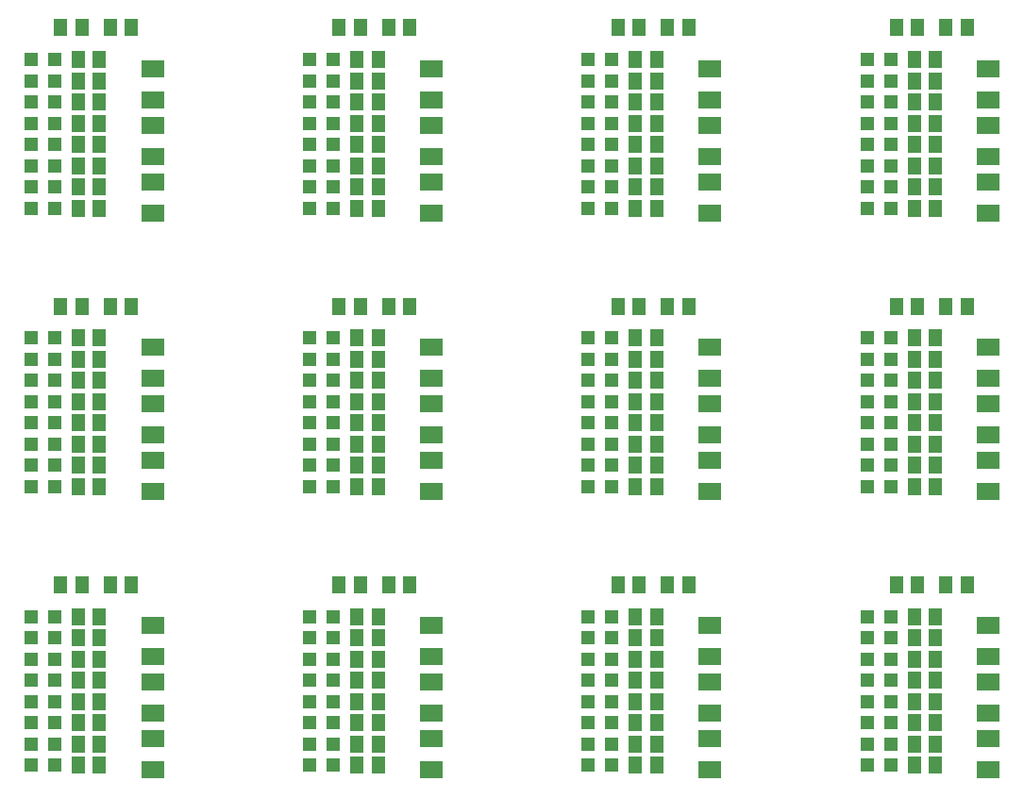
<source format=gtp>
G75*
%MOIN*%
%OFA0B0*%
%FSLAX25Y25*%
%IPPOS*%
%LPD*%
%AMOC8*
5,1,8,0,0,1.08239X$1,22.5*
%
%ADD10R,0.04724X0.04724*%
%ADD11R,0.07874X0.06299*%
%ADD12R,0.05118X0.06299*%
D10*
X0045366Y0013450D03*
X0045366Y0020950D03*
X0053634Y0020950D03*
X0053634Y0013450D03*
X0053634Y0028450D03*
X0053634Y0035950D03*
X0045366Y0035950D03*
X0045366Y0028450D03*
X0045366Y0043450D03*
X0045366Y0050950D03*
X0053634Y0050950D03*
X0053634Y0043450D03*
X0053634Y0058450D03*
X0053634Y0065950D03*
X0045366Y0065950D03*
X0045366Y0058450D03*
X0045366Y0111875D03*
X0045366Y0119375D03*
X0053634Y0119375D03*
X0053634Y0111875D03*
X0053634Y0126875D03*
X0053634Y0134375D03*
X0045366Y0134375D03*
X0045366Y0126875D03*
X0045366Y0141875D03*
X0045366Y0149375D03*
X0053634Y0149375D03*
X0053634Y0141875D03*
X0053634Y0156875D03*
X0053634Y0164375D03*
X0045366Y0164375D03*
X0045366Y0156875D03*
X0045366Y0210300D03*
X0053634Y0210300D03*
X0053634Y0217800D03*
X0053634Y0225300D03*
X0045366Y0225300D03*
X0045366Y0217800D03*
X0045366Y0232800D03*
X0045366Y0240300D03*
X0053634Y0240300D03*
X0053634Y0232800D03*
X0053634Y0247800D03*
X0053634Y0255300D03*
X0045366Y0255300D03*
X0045366Y0247800D03*
X0045366Y0262800D03*
X0053634Y0262800D03*
X0143791Y0262800D03*
X0152059Y0262800D03*
X0152059Y0255300D03*
X0152059Y0247800D03*
X0143791Y0247800D03*
X0143791Y0255300D03*
X0143791Y0240300D03*
X0143791Y0232800D03*
X0152059Y0232800D03*
X0152059Y0240300D03*
X0152059Y0225300D03*
X0152059Y0217800D03*
X0143791Y0217800D03*
X0143791Y0225300D03*
X0143791Y0210300D03*
X0152059Y0210300D03*
X0152059Y0164375D03*
X0152059Y0156875D03*
X0143791Y0156875D03*
X0143791Y0164375D03*
X0143791Y0149375D03*
X0143791Y0141875D03*
X0152059Y0141875D03*
X0152059Y0149375D03*
X0152059Y0134375D03*
X0152059Y0126875D03*
X0143791Y0126875D03*
X0143791Y0134375D03*
X0143791Y0119375D03*
X0143791Y0111875D03*
X0152059Y0111875D03*
X0152059Y0119375D03*
X0152059Y0065950D03*
X0152059Y0058450D03*
X0143791Y0058450D03*
X0143791Y0065950D03*
X0143791Y0050950D03*
X0143791Y0043450D03*
X0152059Y0043450D03*
X0152059Y0050950D03*
X0152059Y0035950D03*
X0152059Y0028450D03*
X0143791Y0028450D03*
X0143791Y0035950D03*
X0143791Y0020950D03*
X0143791Y0013450D03*
X0152059Y0013450D03*
X0152059Y0020950D03*
X0242217Y0020950D03*
X0242217Y0013450D03*
X0250484Y0013450D03*
X0250484Y0020950D03*
X0250484Y0028450D03*
X0250484Y0035950D03*
X0242217Y0035950D03*
X0242217Y0028450D03*
X0242217Y0043450D03*
X0242217Y0050950D03*
X0250484Y0050950D03*
X0250484Y0043450D03*
X0250484Y0058450D03*
X0250484Y0065950D03*
X0242217Y0065950D03*
X0242217Y0058450D03*
X0242217Y0111875D03*
X0242217Y0119375D03*
X0250484Y0119375D03*
X0250484Y0111875D03*
X0250484Y0126875D03*
X0250484Y0134375D03*
X0242217Y0134375D03*
X0242217Y0126875D03*
X0242217Y0141875D03*
X0242217Y0149375D03*
X0250484Y0149375D03*
X0250484Y0141875D03*
X0250484Y0156875D03*
X0250484Y0164375D03*
X0242217Y0164375D03*
X0242217Y0156875D03*
X0242217Y0210300D03*
X0250484Y0210300D03*
X0250484Y0217800D03*
X0250484Y0225300D03*
X0242217Y0225300D03*
X0242217Y0217800D03*
X0242217Y0232800D03*
X0242217Y0240300D03*
X0250484Y0240300D03*
X0250484Y0232800D03*
X0250484Y0247800D03*
X0250484Y0255300D03*
X0242217Y0255300D03*
X0242217Y0247800D03*
X0242217Y0262800D03*
X0250484Y0262800D03*
X0340642Y0262800D03*
X0348909Y0262800D03*
X0348909Y0255300D03*
X0348909Y0247800D03*
X0340642Y0247800D03*
X0340642Y0255300D03*
X0340642Y0240300D03*
X0340642Y0232800D03*
X0348909Y0232800D03*
X0348909Y0240300D03*
X0348909Y0225300D03*
X0348909Y0217800D03*
X0340642Y0217800D03*
X0340642Y0225300D03*
X0340642Y0210300D03*
X0348909Y0210300D03*
X0348909Y0164375D03*
X0348909Y0156875D03*
X0340642Y0156875D03*
X0340642Y0164375D03*
X0340642Y0149375D03*
X0340642Y0141875D03*
X0348909Y0141875D03*
X0348909Y0149375D03*
X0348909Y0134375D03*
X0348909Y0126875D03*
X0340642Y0126875D03*
X0340642Y0134375D03*
X0340642Y0119375D03*
X0340642Y0111875D03*
X0348909Y0111875D03*
X0348909Y0119375D03*
X0348909Y0065950D03*
X0348909Y0058450D03*
X0340642Y0058450D03*
X0340642Y0065950D03*
X0340642Y0050950D03*
X0340642Y0043450D03*
X0348909Y0043450D03*
X0348909Y0050950D03*
X0348909Y0035950D03*
X0348909Y0028450D03*
X0340642Y0028450D03*
X0340642Y0035950D03*
X0340642Y0020950D03*
X0340642Y0013450D03*
X0348909Y0013450D03*
X0348909Y0020950D03*
D11*
X0383526Y0022712D03*
X0383526Y0031688D03*
X0383526Y0042712D03*
X0383526Y0051688D03*
X0383526Y0062712D03*
X0383526Y0110113D03*
X0383526Y0121137D03*
X0383526Y0130113D03*
X0383526Y0141137D03*
X0383526Y0150113D03*
X0383526Y0161137D03*
X0383526Y0208539D03*
X0383526Y0219562D03*
X0383526Y0228539D03*
X0383526Y0239562D03*
X0383526Y0248539D03*
X0383526Y0259562D03*
X0285100Y0259562D03*
X0285100Y0248539D03*
X0285100Y0239562D03*
X0285100Y0228539D03*
X0285100Y0219562D03*
X0285100Y0208539D03*
X0285100Y0161137D03*
X0285100Y0150113D03*
X0285100Y0141137D03*
X0285100Y0130113D03*
X0285100Y0121137D03*
X0285100Y0110113D03*
X0285100Y0062712D03*
X0285100Y0051688D03*
X0285100Y0042712D03*
X0285100Y0031688D03*
X0285100Y0022712D03*
X0285100Y0011688D03*
X0383526Y0011688D03*
X0186675Y0011688D03*
X0186675Y0022712D03*
X0186675Y0031688D03*
X0186675Y0042712D03*
X0186675Y0051688D03*
X0186675Y0062712D03*
X0186675Y0110113D03*
X0186675Y0121137D03*
X0186675Y0130113D03*
X0186675Y0141137D03*
X0186675Y0150113D03*
X0186675Y0161137D03*
X0186675Y0208539D03*
X0186675Y0219562D03*
X0186675Y0228539D03*
X0186675Y0239562D03*
X0186675Y0248539D03*
X0186675Y0259562D03*
X0088250Y0259562D03*
X0088250Y0248539D03*
X0088250Y0239562D03*
X0088250Y0228539D03*
X0088250Y0219562D03*
X0088250Y0208539D03*
X0088250Y0161137D03*
X0088250Y0150113D03*
X0088250Y0141137D03*
X0088250Y0130113D03*
X0088250Y0121137D03*
X0088250Y0110113D03*
X0088250Y0062712D03*
X0088250Y0051688D03*
X0088250Y0042712D03*
X0088250Y0031688D03*
X0088250Y0022712D03*
X0088250Y0011688D03*
D12*
X0069490Y0013450D03*
X0062010Y0013450D03*
X0062010Y0020950D03*
X0069490Y0020950D03*
X0069490Y0028450D03*
X0062010Y0028450D03*
X0062010Y0035950D03*
X0069490Y0035950D03*
X0069490Y0043450D03*
X0062010Y0043450D03*
X0062010Y0050950D03*
X0069490Y0050950D03*
X0069490Y0058450D03*
X0062010Y0058450D03*
X0062010Y0065950D03*
X0069490Y0065950D03*
X0073260Y0077200D03*
X0080740Y0077200D03*
X0063240Y0077200D03*
X0055760Y0077200D03*
X0062010Y0111875D03*
X0069490Y0111875D03*
X0069490Y0119375D03*
X0062010Y0119375D03*
X0062010Y0126875D03*
X0069490Y0126875D03*
X0069490Y0134375D03*
X0062010Y0134375D03*
X0062010Y0141875D03*
X0069490Y0141875D03*
X0069490Y0149375D03*
X0062010Y0149375D03*
X0062010Y0156875D03*
X0069490Y0156875D03*
X0069490Y0164375D03*
X0062010Y0164375D03*
X0063240Y0175625D03*
X0055760Y0175625D03*
X0073260Y0175625D03*
X0080740Y0175625D03*
X0069490Y0210300D03*
X0062010Y0210300D03*
X0062010Y0217800D03*
X0069490Y0217800D03*
X0069490Y0225300D03*
X0062010Y0225300D03*
X0062010Y0232800D03*
X0069490Y0232800D03*
X0069490Y0240300D03*
X0062010Y0240300D03*
X0062010Y0247800D03*
X0069490Y0247800D03*
X0069490Y0255300D03*
X0062010Y0255300D03*
X0062010Y0262800D03*
X0069490Y0262800D03*
X0073260Y0274050D03*
X0080740Y0274050D03*
X0063240Y0274050D03*
X0055760Y0274050D03*
X0154185Y0274050D03*
X0161665Y0274050D03*
X0171685Y0274050D03*
X0179165Y0274050D03*
X0167915Y0262800D03*
X0160435Y0262800D03*
X0160435Y0255300D03*
X0167915Y0255300D03*
X0167915Y0247800D03*
X0160435Y0247800D03*
X0160435Y0240300D03*
X0167915Y0240300D03*
X0167915Y0232800D03*
X0160435Y0232800D03*
X0160435Y0225300D03*
X0167915Y0225300D03*
X0167915Y0217800D03*
X0160435Y0217800D03*
X0160435Y0210300D03*
X0167915Y0210300D03*
X0171685Y0175625D03*
X0179165Y0175625D03*
X0167915Y0164375D03*
X0160435Y0164375D03*
X0160435Y0156875D03*
X0167915Y0156875D03*
X0167915Y0149375D03*
X0160435Y0149375D03*
X0160435Y0141875D03*
X0167915Y0141875D03*
X0167915Y0134375D03*
X0160435Y0134375D03*
X0160435Y0126875D03*
X0167915Y0126875D03*
X0167915Y0119375D03*
X0160435Y0119375D03*
X0160435Y0111875D03*
X0167915Y0111875D03*
X0171685Y0077200D03*
X0179165Y0077200D03*
X0167915Y0065950D03*
X0160435Y0065950D03*
X0160435Y0058450D03*
X0167915Y0058450D03*
X0167915Y0050950D03*
X0160435Y0050950D03*
X0160435Y0043450D03*
X0167915Y0043450D03*
X0167915Y0035950D03*
X0160435Y0035950D03*
X0160435Y0028450D03*
X0167915Y0028450D03*
X0167915Y0020950D03*
X0160435Y0020950D03*
X0160435Y0013450D03*
X0167915Y0013450D03*
X0161665Y0077200D03*
X0154185Y0077200D03*
X0252610Y0077200D03*
X0260091Y0077200D03*
X0270110Y0077200D03*
X0277591Y0077200D03*
X0266341Y0065950D03*
X0258860Y0065950D03*
X0258860Y0058450D03*
X0266341Y0058450D03*
X0266341Y0050950D03*
X0258860Y0050950D03*
X0258860Y0043450D03*
X0266341Y0043450D03*
X0266341Y0035950D03*
X0258860Y0035950D03*
X0258860Y0028450D03*
X0266341Y0028450D03*
X0266341Y0020950D03*
X0258860Y0020950D03*
X0258860Y0013450D03*
X0266341Y0013450D03*
X0351035Y0077200D03*
X0358516Y0077200D03*
X0368535Y0077200D03*
X0376016Y0077200D03*
X0364766Y0065950D03*
X0357285Y0065950D03*
X0357285Y0058450D03*
X0364766Y0058450D03*
X0364766Y0050950D03*
X0357285Y0050950D03*
X0357285Y0043450D03*
X0364766Y0043450D03*
X0364766Y0035950D03*
X0357285Y0035950D03*
X0357285Y0028450D03*
X0364766Y0028450D03*
X0364766Y0020950D03*
X0357285Y0020950D03*
X0357285Y0013450D03*
X0364766Y0013450D03*
X0364766Y0111875D03*
X0357285Y0111875D03*
X0357285Y0119375D03*
X0364766Y0119375D03*
X0364766Y0126875D03*
X0357285Y0126875D03*
X0357285Y0134375D03*
X0364766Y0134375D03*
X0364766Y0141875D03*
X0357285Y0141875D03*
X0357285Y0149375D03*
X0364766Y0149375D03*
X0364766Y0156875D03*
X0357285Y0156875D03*
X0357285Y0164375D03*
X0364766Y0164375D03*
X0368535Y0175625D03*
X0376016Y0175625D03*
X0358516Y0175625D03*
X0351035Y0175625D03*
X0357285Y0210300D03*
X0364766Y0210300D03*
X0364766Y0217800D03*
X0357285Y0217800D03*
X0357285Y0225300D03*
X0364766Y0225300D03*
X0364766Y0232800D03*
X0357285Y0232800D03*
X0357285Y0240300D03*
X0364766Y0240300D03*
X0364766Y0247800D03*
X0357285Y0247800D03*
X0357285Y0255300D03*
X0364766Y0255300D03*
X0364766Y0262800D03*
X0357285Y0262800D03*
X0358516Y0274050D03*
X0351035Y0274050D03*
X0368535Y0274050D03*
X0376016Y0274050D03*
X0277591Y0274050D03*
X0270110Y0274050D03*
X0260091Y0274050D03*
X0252610Y0274050D03*
X0258860Y0262800D03*
X0266341Y0262800D03*
X0266341Y0255300D03*
X0258860Y0255300D03*
X0258860Y0247800D03*
X0266341Y0247800D03*
X0266341Y0240300D03*
X0258860Y0240300D03*
X0258860Y0232800D03*
X0266341Y0232800D03*
X0266341Y0225300D03*
X0258860Y0225300D03*
X0258860Y0217800D03*
X0266341Y0217800D03*
X0266341Y0210300D03*
X0258860Y0210300D03*
X0260091Y0175625D03*
X0252610Y0175625D03*
X0258860Y0164375D03*
X0266341Y0164375D03*
X0266341Y0156875D03*
X0258860Y0156875D03*
X0258860Y0149375D03*
X0266341Y0149375D03*
X0266341Y0141875D03*
X0258860Y0141875D03*
X0258860Y0134375D03*
X0266341Y0134375D03*
X0266341Y0126875D03*
X0258860Y0126875D03*
X0258860Y0119375D03*
X0266341Y0119375D03*
X0266341Y0111875D03*
X0258860Y0111875D03*
X0270110Y0175625D03*
X0277591Y0175625D03*
X0161665Y0175625D03*
X0154185Y0175625D03*
M02*

</source>
